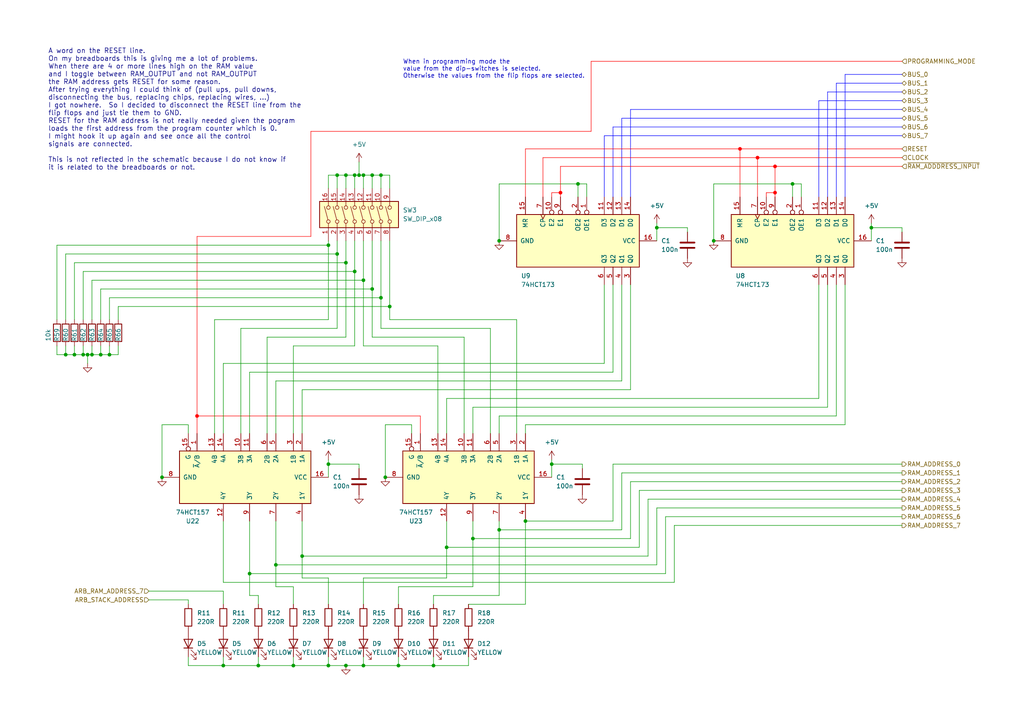
<source format=kicad_sch>
(kicad_sch (version 20230121) (generator eeschema)
  (paper "A4")
  (title_block (title "8-bit CPU") (date "2023-11-28") (rev "1.0") (company "TBR Designs"))
  (lib_symbols
    (symbol "01_my_library:74HCT157" (pin_names (offset 1.016))
      (property "Reference" "U" (at -7.62 20.32 0))
      (property "Value" "74HCT157" (at -7.62 -21.59 0))
      (symbol "74HCT157_1_0"
        (pin input line (at -12.7 -13.97 0) (length 5.08) (name "~{A}/B") (number "1"))
        (pin input line (at -12.7 -1.27 0) (length 5.08) (name "3B") (number "10"))
        (pin input line (at -12.7 1.27 0) (length 5.08) (name "3A") (number "11"))
        (pin output line (at 12.7 -6.35 180) (length 5.08) (name "4Y") (number "12"))
        (pin input line (at -12.7 -8.89 0) (length 5.08) (name "4B") (number "13"))
        (pin input line (at -12.7 -6.35 0) (length 5.08) (name "4A") (number "14"))
        (pin input inverted (at -12.7 -16.51 0) (length 5.08) (name "G") (number "15"))
        (pin power_in line (at 0 24.13 270) (length 5.08) (name "VCC") (number "16"))
        (pin input line (at -12.7 16.51 0) (length 5.08) (name "1A") (number "2"))
        (pin input line (at -12.7 13.97 0) (length 5.08) (name "1B") (number "3"))
        (pin output line (at 12.7 16.51 180) (length 5.08) (name "1Y") (number "4"))
        (pin input line (at -12.7 8.89 0) (length 5.08) (name "2A") (number "5"))
        (pin input line (at -12.7 6.35 0) (length 5.08) (name "2B") (number "6"))
        (pin output line (at 12.7 8.89 180) (length 5.08) (name "2Y") (number "7"))
        (pin power_in line (at 0 -24.13 90) (length 5.08) (name "GND") (number "8"))
        (pin output line (at 12.7 1.27 180) (length 5.08) (name "3Y") (number "9"))
      )
      (symbol "74HCT157_1_1"
        (rectangle (start -7.62 19.05) (end 7.62 -19.05) (stroke (width 0.254)) (fill (type background)))
      )
    )
    (symbol "74LS173_1" (pin_names (offset 1.016))
      (property "Reference" "U" (at -7.62 19.05 0))
      (property "Value" "74LS173" (at -7.62 -19.05 0))
      (symbol "74LS173_1_1_0"
        (pin input inverted (at -12.7 2.54 0) (length 5.08) (name "OE1") (number "1"))
        (pin input inverted (at -12.7 -7.62 0) (length 5.08) (name "E2") (number "10"))
        (pin input line (at -12.7 7.62 0) (length 5.08) (name "D3") (number "11"))
        (pin input line (at -12.7 10.16 0) (length 5.08) (name "D2") (number "12"))
        (pin input line (at -12.7 12.7 0) (length 5.08) (name "D1") (number "13"))
        (pin input line (at -12.7 15.24 0) (length 5.08) (name "D0") (number "14"))
        (pin input line (at -12.7 -15.24 0) (length 5.08) (name "MR") (number "15"))
        (pin power_in line (at 0 22.86 270) (length 5.08) (name "VCC") (number "16"))
        (pin input inverted (at -12.7 0 0) (length 5.08) (name "OE2") (number "2"))
        (pin tri_state line (at 12.7 15.24 180) (length 5.08) (name "Q0") (number "3"))
        (pin tri_state line (at 12.7 12.7 180) (length 5.08) (name "Q1") (number "4"))
        (pin tri_state line (at 12.7 10.16 180) (length 5.08) (name "Q2") (number "5"))
        (pin tri_state line (at 12.7 7.62 180) (length 5.08) (name "Q3") (number "6"))
        (pin input clock (at -12.7 -10.16 0) (length 5.08) (name "CP") (number "7"))
        (pin power_in line (at 0 -22.86 90) (length 5.08) (name "GND") (number "8"))
        (pin input inverted (at -12.7 -5.08 0) (length 5.08) (name "E1") (number "9"))
      )
      (symbol "74LS173_1_1_1"
        (rectangle (start -7.62 17.78) (end 7.62 -17.78) (stroke (width 0.254)) (fill (type background)))
      )
    )
    (symbol "74xx:74LS173" (pin_names (offset 1.016))
      (property "Reference" "U" (at -7.62 19.05 0))
      (property "Value" "74LS173" (at -7.62 -19.05 0))
      (symbol "74LS173_1_0"
        (pin input inverted (at -12.7 2.54 0) (length 5.08) (name "OE1") (number "1"))
        (pin input inverted (at -12.7 -7.62 0) (length 5.08) (name "E2") (number "10"))
        (pin input line (at -12.7 7.62 0) (length 5.08) (name "D3") (number "11"))
        (pin input line (at -12.7 10.16 0) (length 5.08) (name "D2") (number "12"))
        (pin input line (at -12.7 12.7 0) (length 5.08) (name "D1") (number "13"))
        (pin input line (at -12.7 15.24 0) (length 5.08) (name "D0") (number "14"))
        (pin input line (at -12.7 -15.24 0) (length 5.08) (name "MR") (number "15"))
        (pin power_in line (at 0 22.86 270) (length 5.08) (name "VCC") (number "16"))
        (pin input inverted (at -12.7 0 0) (length 5.08) (name "OE2") (number "2"))
        (pin tri_state line (at 12.7 15.24 180) (length 5.08) (name "Q0") (number "3"))
        (pin tri_state line (at 12.7 12.7 180) (length 5.08) (name "Q1") (number "4"))
        (pin tri_state line (at 12.7 10.16 180) (length 5.08) (name "Q2") (number "5"))
        (pin tri_state line (at 12.7 7.62 180) (length 5.08) (name "Q3") (number "6"))
        (pin input clock (at -12.7 -10.16 0) (length 5.08) (name "CP") (number "7"))
        (pin power_in line (at 0 -22.86 90) (length 5.08) (name "GND") (number "8"))
        (pin input inverted (at -12.7 -5.08 0) (length 5.08) (name "E1") (number "9"))
      )
      (symbol "74LS173_1_1"
        (rectangle (start -7.62 17.78) (end 7.62 -17.78) (stroke (width 0.254)) (fill (type background)))
      )
    )
    (symbol "Device:C" (pin_numbers hide) (pin_names (offset 0.254))
      (property "Reference" "C" (at 0.635 2.54 0))
      (property "Value" "C" (at 0.635 -2.54 0))
      (symbol "C_0_1"
        (polyline (pts (xy -2.032 -0.762) (xy 2.032 -0.762)) (stroke (width 0.508)))
        (polyline (pts (xy -2.032 0.762) (xy 2.032 0.762)) (stroke (width 0.508)))
      )
      (symbol "C_1_1"
        (pin passive line (at 0 3.81 270) (length 2.794) (name "~") (number "1"))
        (pin passive line (at 0 -3.81 90) (length 2.794) (name "~") (number "2"))
      )
    )
    (symbol "Device:LED" (pin_numbers hide) (pin_names (offset 1.016) hide)
      (property "Reference" "D" (at 0 2.54 0))
      (property "Value" "LED" (at 0 -2.54 0))
      (symbol "LED_0_1"
        (polyline (pts (xy -1.27 -1.27) (xy -1.27 1.27)) (stroke (width 0.254)))
        (polyline (pts (xy -1.27 0) (xy 1.27 0)))
        (polyline (pts (xy 1.27 -1.27) (xy 1.27 1.27) (xy -1.27 0) (xy 1.27 -1.27)) (stroke (width 0.254)))
        (polyline (pts (xy -3.048 -0.762) (xy -4.572 -2.286) (xy -3.81 -2.286) (xy -4.572 -2.286) (xy -4.572 -1.524)))
        (polyline (pts (xy -1.778 -0.762) (xy -3.302 -2.286) (xy -2.54 -2.286) (xy -3.302 -2.286) (xy -3.302 -1.524)))
      )
      (symbol "LED_1_1"
        (pin passive line (at -3.81 0 0) (length 2.54) (name "K") (number "1"))
        (pin passive line (at 3.81 0 180) (length 2.54) (name "A") (number "2"))
      )
    )
    (symbol "Device:R" (pin_numbers hide) (pin_names (offset 0))
      (property "Reference" "R" (at 2.032 0 90))
      (property "Value" "R" (at 0 0 90))
      (symbol "R_0_1"
        (rectangle (start -1.016 -2.54) (end 1.016 2.54) (stroke (width 0.254)))
      )
      (symbol "R_1_1"
        (pin passive line (at 0 3.81 270) (length 1.27) (name "~") (number "1"))
        (pin passive line (at 0 -3.81 90) (length 1.27) (name "~") (number "2"))
      )
    )
    (symbol "Switch:SW_DIP_x08" (pin_names (offset 0) hide)
      (property "Reference" "SW" (at 0 13.97 0))
      (property "Value" "SW_DIP_x08" (at 0 -11.43 0))
      (symbol "SW_DIP_x08_0_0"
        (circle (center -2.032 -7.62) (radius 0.508))
        (circle (center -2.032 -5.08) (radius 0.508))
        (circle (center -2.032 -2.54) (radius 0.508))
        (circle (center -2.032 0) (radius 0.508))
        (circle (center -2.032 2.54) (radius 0.508))
        (circle (center -2.032 5.08) (radius 0.508))
        (circle (center -2.032 7.62) (radius 0.508))
        (circle (center -2.032 10.16) (radius 0.508))
        (polyline (pts (xy -1.524 -7.4676) (xy 2.3622 -6.4262)))
        (polyline (pts (xy -1.524 -4.9276) (xy 2.3622 -3.8862)))
        (polyline (pts (xy -1.524 -2.3876) (xy 2.3622 -1.3462)))
        (polyline (pts (xy -1.524 0.127) (xy 2.3622 1.1684)))
        (polyline (pts (xy -1.524 2.667) (xy 2.3622 3.7084)))
        (polyline (pts (xy -1.524 5.207) (xy 2.3622 6.2484)))
        (polyline (pts (xy -1.524 7.747) (xy 2.3622 8.7884)))
        (polyline (pts (xy -1.524 10.287) (xy 2.3622 11.3284)))
        (circle (center 2.032 -7.62) (radius 0.508))
        (circle (center 2.032 -5.08) (radius 0.508))
        (circle (center 2.032 -2.54) (radius 0.508))
        (circle (center 2.032 0) (radius 0.508))
        (circle (center 2.032 2.54) (radius 0.508))
        (circle (center 2.032 5.08) (radius 0.508))
        (circle (center 2.032 7.62) (radius 0.508))
        (circle (center 2.032 10.16) (radius 0.508))
      )
      (symbol "SW_DIP_x08_0_1"
        (rectangle (start -3.81 12.7) (end 3.81 -10.16) (stroke (width 0.254)) (fill (type background)))
      )
      (symbol "SW_DIP_x08_1_1"
        (pin passive line (at -7.62 10.16 0) (length 5.08) (name "~") (number "1"))
        (pin passive line (at 7.62 -5.08 180) (length 5.08) (name "~") (number "10"))
        (pin passive line (at 7.62 -2.54 180) (length 5.08) (name "~") (number "11"))
        (pin passive line (at 7.62 0 180) (length 5.08) (name "~") (number "12"))
        (pin passive line (at 7.62 2.54 180) (length 5.08) (name "~") (number "13"))
        (pin passive line (at 7.62 5.08 180) (length 5.08) (name "~") (number "14"))
        (pin passive line (at 7.62 7.62 180) (length 5.08) (name "~") (number "15"))
        (pin passive line (at 7.62 10.16 180) (length 5.08) (name "~") (number "16"))
        (pin passive line (at -7.62 7.62 0) (length 5.08) (name "~") (number "2"))
        (pin passive line (at -7.62 5.08 0) (length 5.08) (name "~") (number "3"))
        (pin passive line (at -7.62 2.54 0) (length 5.08) (name "~") (number "4"))
        (pin passive line (at -7.62 0 0) (length 5.08) (name "~") (number "5"))
        (pin passive line (at -7.62 -2.54 0) (length 5.08) (name "~") (number "6"))
        (pin passive line (at -7.62 -5.08 0) (length 5.08) (name "~") (number "7"))
        (pin passive line (at -7.62 -7.62 0) (length 5.08) (name "~") (number "8"))
        (pin passive line (at 7.62 -7.62 180) (length 5.08) (name "~") (number "9"))
      )
    )
    (symbol "power:+5V" (power) (pin_names (offset 0))
      (property "Value" "+5V" (at 0 3.556 0))
      (symbol "+5V_0_1"
        (polyline (pts (xy -0.762 1.27) (xy 0 2.54)))
        (polyline (pts (xy 0 0) (xy 0 2.54)))
        (polyline (pts (xy 0 2.54) (xy 0.762 1.27)))
      )
      (symbol "+5V_1_1"
        (pin power_in line (at 0 0 90) (length 0) hide (name "+5V") (number "1"))
      )
    )
    (symbol "power:GND" (power) (pin_names (offset 0))
      (property "Value" "GND" (at 0 -3.81 0))
      (symbol "GND_0_1"
        (polyline (pts (xy 0 0) (xy 0 -1.27) (xy 1.27 -1.27) (xy 0 -2.54) (xy -1.27 -1.27) (xy 0 -1.27)))
      )
      (symbol "GND_1_1"
        (pin power_in line (at 0 0 270) (length 0) hide (name "GND") (number "1"))
      )
    )
  )
  (junction (at 110.49 86.36))
  (junction (at 87.63 161.29))
  (junction (at 97.79 73.66))
  (junction (at 95.25 193.04))
  (junction (at 144.78 153.67))
  (junction (at 46.99 138.43))
  (junction (at 129.54 158.75))
  (junction (at 100.33 50.8))
  (junction (at 24.13 102.87))
  (junction (at 25.4 102.87))
  (junction (at 29.21 102.87))
  (junction (at 252.73 66.04))
  (junction (at 31.75 102.87))
  (junction (at 107.95 50.8))
  (junction (at 100.33 193.04))
  (junction (at 80.01 163.83))
  (junction (at 64.77 193.04))
  (junction (at 105.41 50.8))
  (junction (at 207.01 69.85))
  (junction (at 72.39 166.37))
  (junction (at 19.05 102.87))
  (junction (at 105.41 81.28))
  (junction (at 167.64 53.34))
  (junction (at 97.79 50.8))
  (junction (at 102.87 50.8))
  (junction (at 111.76 138.43))
  (junction (at 162.56 55.88) (color 255 0 0 1))
  (junction (at 219.71 45.72) (color 255 0 0 1))
  (junction (at 85.09 193.04))
  (junction (at 224.79 55.88) (color 255 0 0 1))
  (junction (at 152.4 151.13))
  (junction (at 160.02 134.62))
  (junction (at 190.5 66.04))
  (junction (at 26.67 102.87))
  (junction (at 100.33 76.2))
  (junction (at 107.95 83.82))
  (junction (at 125.73 193.04))
  (junction (at 95.25 71.12))
  (junction (at 95.25 134.62))
  (junction (at 105.41 193.04))
  (junction (at 214.63 43.18) (color 255 0 0 1))
  (junction (at 74.93 193.04))
  (junction (at 21.59 102.87))
  (junction (at 102.87 78.74))
  (junction (at 137.16 156.21))
  (junction (at 113.03 88.9))
  (junction (at 110.49 50.8))
  (junction (at 104.14 50.8))
  (junction (at 144.78 69.85))
  (junction (at 229.87 53.34))
  (junction (at 115.57 193.04))
  (junction (at 57.15 120.65) (color 255 0 0 1))
  (junction (at 224.79 48.26) (color 255 0 0 1))
  (wire (pts (xy 167.64 53.34) (xy 167.64 57.15)))
  (wire (pts (xy 144.78 151.13) (xy 144.78 153.67)))
  (wire (pts (xy 102.87 78.74) (xy 102.87 100.33)))
  (wire (pts (xy 113.03 88.9) (xy 113.03 92.71)))
  (wire (pts (xy 100.33 69.85) (xy 100.33 76.2)))
  (wire (pts (xy 245.11 82.55) (xy 245.11 123.19)))
  (wire (pts (xy 80.01 110.49) (xy 80.01 125.73)))
  (wire (pts (xy 95.25 54.61) (xy 95.25 50.8)))
  (wire (pts (xy 64.77 171.45) (xy 64.77 175.26)))
  (wire (pts (xy 185.42 158.75) (xy 129.54 158.75)))
  (wire (pts (xy 261.62 29.21) (xy 237.49 29.21)) (stroke (width 0) (color 0 0 255 1)))
  (wire (pts (xy 180.34 137.16) (xy 180.34 153.67)))
  (wire (pts (xy 26.67 102.87) (xy 25.4 102.87)))
  (wire (pts (xy 149.86 92.71) (xy 149.86 125.73)))
  (wire (pts (xy 72.39 107.95) (xy 72.39 125.73)))
  (wire (pts (xy 261.62 17.78) (xy 171.45 17.78)) (stroke (width 0) (color 255 0 0 1)))
  (wire (pts (xy 105.41 193.04) (xy 115.57 193.04)))
  (wire (pts (xy 105.41 81.28) (xy 105.41 100.33)))
  (wire (pts (xy 162.56 55.88) (xy 162.56 48.26)) (stroke (width 0) (color 255 0 0 1)))
  (wire (pts (xy 74.93 193.04) (xy 85.09 193.04)))
  (wire (pts (xy 144.78 120.65) (xy 144.78 125.73)))
  (wire (pts (xy 85.09 100.33) (xy 85.09 125.73)))
  (wire (pts (xy 80.01 163.83) (xy 80.01 170.18)))
  (wire (pts (xy 157.48 45.72) (xy 219.71 45.72)) (stroke (width 0) (color 255 0 0 1)))
  (wire (pts (xy 29.21 92.71) (xy 29.21 83.82)))
  (wire (pts (xy 104.14 135.89) (xy 104.14 134.62)))
  (wire (pts (xy 107.95 50.8) (xy 107.95 54.61)))
  (wire (pts (xy 16.51 100.33) (xy 16.51 102.87)))
  (wire (pts (xy 24.13 102.87) (xy 25.4 102.87)))
  (wire (pts (xy 95.25 50.8) (xy 97.79 50.8)))
  (wire (pts (xy 224.79 55.88) (xy 224.79 57.15)) (stroke (width 0) (color 255 0 0 1)))
  (wire (pts (xy 170.18 53.34) (xy 170.18 57.15)))
  (wire (pts (xy 137.16 151.13) (xy 137.16 156.21)))
  (wire (pts (xy 144.78 153.67) (xy 144.78 172.72)))
  (wire (pts (xy 64.77 151.13) (xy 64.77 168.91)))
  (wire (pts (xy 110.49 69.85) (xy 110.49 86.36)))
  (wire (pts (xy 168.91 134.62) (xy 160.02 134.62)))
  (wire (pts (xy 137.16 170.18) (xy 115.57 170.18)))
  (wire (pts (xy 100.33 50.8) (xy 100.33 54.61)))
  (wire (pts (xy 100.33 193.04) (xy 105.41 193.04)))
  (wire (pts (xy 152.4 43.18) (xy 214.63 43.18)) (stroke (width 0) (color 255 0 0 1)))
  (wire (pts (xy 77.47 97.79) (xy 77.47 125.73)))
  (wire (pts (xy 252.73 66.04) (xy 252.73 64.77)))
  (wire (pts (xy 105.41 50.8) (xy 104.14 50.8)))
  (wire (pts (xy 193.04 166.37) (xy 72.39 166.37)))
  (wire (pts (xy 64.77 105.41) (xy 64.77 125.73)))
  (wire (pts (xy 16.51 92.71) (xy 16.51 71.12)))
  (wire (pts (xy 95.25 193.04) (xy 100.33 193.04)))
  (wire (pts (xy 162.56 48.26) (xy 224.79 48.26)) (stroke (width 0) (color 255 0 0 1)))
  (wire (pts (xy 69.85 95.25) (xy 69.85 125.73)))
  (wire (pts (xy 85.09 100.33) (xy 102.87 100.33)))
  (wire (pts (xy 90.17 38.1) (xy 90.17 68.58)) (stroke (width 0) (color 255 0 0 1)))
  (wire (pts (xy 111.76 123.19) (xy 111.76 138.43)))
  (wire (pts (xy 87.63 161.29) (xy 87.63 167.64)))
  (wire (pts (xy 224.79 48.26) (xy 224.79 55.88)) (stroke (width 0) (color 255 0 0 1)))
  (wire (pts (xy 125.73 193.04) (xy 125.73 190.5)))
  (wire (pts (xy 261.62 26.67) (xy 240.03 26.67)) (stroke (width 0) (color 0 0 255 1)))
  (wire (pts (xy 97.79 50.8) (xy 97.79 54.61)))
  (wire (pts (xy 190.5 66.04) (xy 190.5 64.77)))
  (wire (pts (xy 31.75 102.87) (xy 29.21 102.87)))
  (wire (pts (xy 242.57 82.55) (xy 242.57 120.65)))
  (wire (pts (xy 54.61 123.19) (xy 46.99 123.19)))
  (wire (pts (xy 97.79 69.85) (xy 97.79 73.66)))
  (wire (pts (xy 160.02 134.62) (xy 160.02 138.43)))
  (wire (pts (xy 34.29 100.33) (xy 34.29 102.87)))
  (wire (pts (xy 113.03 92.71) (xy 149.86 92.71)))
  (wire (pts (xy 129.54 115.57) (xy 129.54 125.73)))
  (wire (pts (xy 261.62 152.4) (xy 195.58 152.4)))
  (wire (pts (xy 261.62 31.75) (xy 182.88 31.75)) (stroke (width 0) (color 0 0 255 1)))
  (wire (pts (xy 152.4 57.15) (xy 152.4 43.18)) (stroke (width 0) (color 255 0 0 1)))
  (wire (pts (xy 119.38 125.73) (xy 119.38 123.19)))
  (wire (pts (xy 62.23 92.71) (xy 62.23 125.73)))
  (wire (pts (xy 180.34 82.55) (xy 180.34 110.49)))
  (wire (pts (xy 97.79 50.8) (xy 100.33 50.8)))
  (wire (pts (xy 57.15 120.65) (xy 121.92 120.65)) (stroke (width 0) (color 255 0 0 1)))
  (wire (pts (xy 229.87 53.34) (xy 207.01 53.34)))
  (wire (pts (xy 261.62 34.29) (xy 180.34 34.29)) (stroke (width 0) (color 0 0 255 1)))
  (wire (pts (xy 125.73 193.04) (xy 135.89 193.04)))
  (wire (pts (xy 199.39 66.04) (xy 190.5 66.04)))
  (wire (pts (xy 110.49 86.36) (xy 110.49 95.25)))
  (wire (pts (xy 72.39 151.13) (xy 72.39 166.37)))
  (wire (pts (xy 121.92 120.65) (xy 121.92 125.73)) (stroke (width 0) (color 255 0 0 1)))
  (wire (pts (xy 24.13 100.33) (xy 24.13 102.87)))
  (wire (pts (xy 180.34 153.67) (xy 144.78 153.67)))
  (wire (pts (xy 64.77 168.91) (xy 195.58 168.91)))
  (wire (pts (xy 87.63 113.03) (xy 87.63 125.73)))
  (wire (pts (xy 127 100.33) (xy 127 125.73)))
  (wire (pts (xy 242.57 120.65) (xy 144.78 120.65)))
  (wire (pts (xy 214.63 43.18) (xy 214.63 57.15)) (stroke (width 0) (color 255 0 0 1)))
  (wire (pts (xy 157.48 57.15) (xy 157.48 45.72)) (stroke (width 0) (color 255 0 0 1)))
  (wire (pts (xy 170.18 53.34) (xy 167.64 53.34)))
  (wire (pts (xy 64.77 193.04) (xy 74.93 193.04)))
  (wire (pts (xy 175.26 105.41) (xy 64.77 105.41)))
  (wire (pts (xy 107.95 50.8) (xy 105.41 50.8)))
  (wire (pts (xy 80.01 170.18) (xy 85.09 170.18)))
  (wire (pts (xy 95.25 69.85) (xy 95.25 71.12)))
  (wire (pts (xy 25.4 102.87) (xy 25.4 105.41)))
  (wire (pts (xy 87.63 151.13) (xy 87.63 161.29)))
  (wire (pts (xy 85.09 170.18) (xy 85.09 175.26)))
  (wire (pts (xy 152.4 151.13) (xy 177.8 151.13)))
  (wire (pts (xy 177.8 36.83) (xy 177.8 57.15)) (stroke (width 0) (color 0 0 255 1)))
  (wire (pts (xy 26.67 81.28) (xy 105.41 81.28)))
  (wire (pts (xy 26.67 100.33) (xy 26.67 102.87)))
  (wire (pts (xy 222.25 57.15) (xy 222.25 55.88)) (stroke (width 0) (color 255 0 0 1)))
  (wire (pts (xy 105.41 167.64) (xy 105.41 175.26)))
  (wire (pts (xy 240.03 82.55) (xy 240.03 118.11)))
  (wire (pts (xy 110.49 95.25) (xy 142.24 95.25)))
  (wire (pts (xy 134.62 97.79) (xy 134.62 125.73)))
  (wire (pts (xy 24.13 78.74) (xy 102.87 78.74)))
  (wire (pts (xy 237.49 82.55) (xy 237.49 115.57)))
  (wire (pts (xy 261.62 43.18) (xy 214.63 43.18)) (stroke (width 0) (color 255 0 0 1)))
  (wire (pts (xy 171.45 38.1) (xy 90.17 38.1)) (stroke (width 0) (color 255 0 0 1)))
  (wire (pts (xy 261.62 142.24) (xy 185.42 142.24)))
  (wire (pts (xy 237.49 115.57) (xy 129.54 115.57)))
  (wire (pts (xy 261.62 137.16) (xy 180.34 137.16)))
  (wire (pts (xy 105.41 50.8) (xy 105.41 54.61)))
  (wire (pts (xy 54.61 173.99) (xy 54.61 175.26)))
  (wire (pts (xy 180.34 34.29) (xy 180.34 57.15)) (stroke (width 0) (color 0 0 255 1)))
  (wire (pts (xy 242.57 24.13) (xy 242.57 57.15)) (stroke (width 0) (color 0 0 255 1)))
  (wire (pts (xy 104.14 134.62) (xy 95.25 134.62)))
  (wire (pts (xy 152.4 151.13) (xy 152.4 175.26)))
  (wire (pts (xy 252.73 66.04) (xy 252.73 69.85)))
  (wire (pts (xy 26.67 92.71) (xy 26.67 81.28)))
  (wire (pts (xy 19.05 92.71) (xy 19.05 73.66)))
  (wire (pts (xy 167.64 53.34) (xy 144.78 53.34)))
  (wire (pts (xy 107.95 83.82) (xy 107.95 97.79)))
  (wire (pts (xy 261.62 24.13) (xy 242.57 24.13)) (stroke (width 0) (color 0 0 255 1)))
  (wire (pts (xy 87.63 167.64) (xy 95.25 167.64)))
  (wire (pts (xy 115.57 193.04) (xy 125.73 193.04)))
  (wire (pts (xy 195.58 152.4) (xy 195.58 168.91)))
  (wire (pts (xy 21.59 100.33) (xy 21.59 102.87)))
  (wire (pts (xy 110.49 50.8) (xy 110.49 54.61)))
  (wire (pts (xy 222.25 55.88) (xy 224.79 55.88)) (stroke (width 0) (color 255 0 0 1)))
  (wire (pts (xy 175.26 105.41) (xy 175.26 82.55)))
  (wire (pts (xy 72.39 172.72) (xy 74.93 172.72)))
  (wire (pts (xy 85.09 193.04) (xy 85.09 190.5)))
  (wire (pts (xy 182.88 156.21) (xy 137.16 156.21)))
  (wire (pts (xy 72.39 166.37) (xy 72.39 172.72)))
  (wire (pts (xy 97.79 73.66) (xy 97.79 95.25)))
  (wire (pts (xy 80.01 151.13) (xy 80.01 163.83)))
  (wire (pts (xy 110.49 50.8) (xy 107.95 50.8)))
  (wire (pts (xy 182.88 31.75) (xy 182.88 57.15)) (stroke (width 0) (color 0 0 255 1)))
  (wire (pts (xy 105.41 100.33) (xy 127 100.33)))
  (wire (pts (xy 240.03 118.11) (xy 137.16 118.11)))
  (wire (pts (xy 102.87 50.8) (xy 104.14 50.8)))
  (wire (pts (xy 80.01 110.49) (xy 180.34 110.49)))
  (wire (pts (xy 21.59 92.71) (xy 21.59 76.2)))
  (wire (pts (xy 113.03 69.85) (xy 113.03 88.9)))
  (wire (pts (xy 171.45 17.78) (xy 171.45 38.1)) (stroke (width 0) (color 255 0 0 1)))
  (wire (pts (xy 64.77 193.04) (xy 64.77 190.5)))
  (wire (pts (xy 113.03 50.8) (xy 110.49 50.8)))
  (wire (pts (xy 74.93 172.72) (xy 74.93 175.26)))
  (wire (pts (xy 144.78 53.34) (xy 144.78 69.85)))
  (wire (pts (xy 90.17 68.58) (xy 57.15 68.58)) (stroke (width 0) (color 255 0 0 1)))
  (wire (pts (xy 80.01 163.83) (xy 190.5 163.83)))
  (wire (pts (xy 54.61 123.19) (xy 54.61 125.73)))
  (wire (pts (xy 160.02 55.88) (xy 162.56 55.88)) (stroke (width 0) (color 255 0 0 1)))
  (wire (pts (xy 125.73 172.72) (xy 125.73 175.26)))
  (wire (pts (xy 21.59 102.87) (xy 24.13 102.87)))
  (wire (pts (xy 24.13 92.71) (xy 24.13 78.74)))
  (wire (pts (xy 16.51 71.12) (xy 95.25 71.12)))
  (wire (pts (xy 129.54 151.13) (xy 129.54 158.75)))
  (wire (pts (xy 229.87 53.34) (xy 229.87 57.15)))
  (wire (pts (xy 43.18 173.99) (xy 54.61 173.99)))
  (wire (pts (xy 85.09 193.04) (xy 95.25 193.04)))
  (wire (pts (xy 237.49 29.21) (xy 237.49 57.15)) (stroke (width 0) (color 0 0 255 1)))
  (wire (pts (xy 87.63 161.29) (xy 187.96 161.29)))
  (wire (pts (xy 199.39 67.31) (xy 199.39 66.04)))
  (wire (pts (xy 245.11 123.19) (xy 152.4 123.19)))
  (wire (pts (xy 160.02 134.62) (xy 160.02 133.35)))
  (wire (pts (xy 29.21 102.87) (xy 26.67 102.87)))
  (wire (pts (xy 57.15 68.58) (xy 57.15 120.65)) (stroke (width 0) (color 255 0 0 1)))
  (wire (pts (xy 102.87 50.8) (xy 102.87 54.61)))
  (wire (pts (xy 152.4 123.19) (xy 152.4 125.73)))
  (wire (pts (xy 185.42 142.24) (xy 185.42 158.75)))
  (wire (pts (xy 137.16 156.21) (xy 137.16 170.18)))
  (wire (pts (xy 182.88 113.03) (xy 87.63 113.03)))
  (wire (pts (xy 219.71 45.72) (xy 219.71 57.15)) (stroke (width 0) (color 255 0 0 1)))
  (wire (pts (xy 34.29 92.71) (xy 34.29 88.9)))
  (wire (pts (xy 16.51 102.87) (xy 19.05 102.87)))
  (wire (pts (xy 21.59 76.2) (xy 100.33 76.2)))
  (wire (pts (xy 100.33 97.79) (xy 77.47 97.79)))
  (wire (pts (xy 29.21 83.82) (xy 107.95 83.82)))
  (wire (pts (xy 232.41 57.15) (xy 232.41 53.34)))
  (wire (pts (xy 261.62 66.04) (xy 252.73 66.04)))
  (wire (pts (xy 160.02 57.15) (xy 160.02 55.88)) (stroke (width 0) (color 255 0 0 1)))
  (wire (pts (xy 245.11 21.59) (xy 245.11 57.15)) (stroke (width 0) (color 0 0 255 1)))
  (wire (pts (xy 261.62 139.7) (xy 182.88 139.7)))
  (wire (pts (xy 105.41 69.85) (xy 105.41 81.28)))
  (wire (pts (xy 187.96 144.78) (xy 187.96 161.29)))
  (wire (pts (xy 107.95 97.79) (xy 134.62 97.79)))
  (wire (pts (xy 95.25 193.04) (xy 95.25 190.5)))
  (wire (pts (xy 34.29 102.87) (xy 31.75 102.87)))
  (wire (pts (xy 95.25 167.64) (xy 95.25 175.26)))
  (wire (pts (xy 190.5 66.04) (xy 190.5 69.85)))
  (wire (pts (xy 46.99 123.19) (xy 46.99 138.43)))
  (wire (pts (xy 261.62 147.32) (xy 190.5 147.32)))
  (wire (pts (xy 43.18 171.45) (xy 64.77 171.45)))
  (wire (pts (xy 29.21 100.33) (xy 29.21 102.87)))
  (wire (pts (xy 137.16 118.11) (xy 137.16 125.73)))
  (wire (pts (xy 240.03 26.67) (xy 240.03 57.15)) (stroke (width 0) (color 0 0 255 1)))
  (wire (pts (xy 207.01 53.34) (xy 207.01 69.85)))
  (wire (pts (xy 232.41 53.34) (xy 229.87 53.34)))
  (wire (pts (xy 19.05 102.87) (xy 21.59 102.87)))
  (wire (pts (xy 95.25 71.12) (xy 95.25 92.71)))
  (wire (pts (xy 100.33 76.2) (xy 100.33 97.79)))
  (wire (pts (xy 261.62 48.26) (xy 224.79 48.26)) (stroke (width 0) (color 255 0 0 1)))
  (wire (pts (xy 261.62 36.83) (xy 177.8 36.83)) (stroke (width 0) (color 0 0 255 1)))
  (wire (pts (xy 193.04 149.86) (xy 193.04 166.37)))
  (wire (pts (xy 54.61 190.5) (xy 54.61 193.04)))
  (wire (pts (xy 31.75 100.33) (xy 31.75 102.87)))
  (wire (pts (xy 31.75 86.36) (xy 110.49 86.36)))
  (wire (pts (xy 261.62 67.31) (xy 261.62 66.04)))
  (wire (pts (xy 19.05 100.33) (xy 19.05 102.87)))
  (wire (pts (xy 135.89 175.26) (xy 152.4 175.26)))
  (wire (pts (xy 177.8 82.55) (xy 177.8 107.95)))
  (wire (pts (xy 102.87 69.85) (xy 102.87 78.74)))
  (wire (pts (xy 107.95 69.85) (xy 107.95 83.82)))
  (wire (pts (xy 31.75 92.71) (xy 31.75 86.36)))
  (wire (pts (xy 175.26 39.37) (xy 175.26 57.15)) (stroke (width 0) (color 0 0 255 1)))
  (wire (pts (xy 113.03 54.61) (xy 113.03 50.8)))
  (wire (pts (xy 34.29 88.9) (xy 113.03 88.9)))
  (wire (pts (xy 115.57 193.04) (xy 115.57 190.5)))
  (wire (pts (xy 115.57 170.18) (xy 115.57 175.26)))
  (wire (pts (xy 177.8 107.95) (xy 72.39 107.95)))
  (wire (pts (xy 261.62 39.37) (xy 175.26 39.37)) (stroke (width 0) (color 0 0 255 1)))
  (wire (pts (xy 144.78 172.72) (xy 125.73 172.72)))
  (wire (pts (xy 162.56 57.15) (xy 162.56 55.88)) (stroke (width 0) (color 255 0 0 1)))
  (wire (pts (xy 129.54 158.75) (xy 129.54 167.64)))
  (wire (pts (xy 95.25 134.62) (xy 95.25 138.43)))
  (wire (pts (xy 261.62 45.72) (xy 219.71 45.72)) (stroke (width 0) (color 255 0 0 1)))
  (wire (pts (xy 261.62 21.59) (xy 245.11 21.59)) (stroke (width 0) (color 0 0 255 1)))
  (wire (pts (xy 182.88 82.55) (xy 182.88 113.03)))
  (wire (pts (xy 129.54 167.64) (xy 105.41 167.64)))
  (wire (pts (xy 135.89 193.04) (xy 135.89 190.5)))
  (wire (pts (xy 95.25 92.71) (xy 62.23 92.71)))
  (wire (pts (xy 104.14 50.8) (xy 104.14 46.99)))
  (wire (pts (xy 95.25 134.62) (xy 95.25 133.35)))
  (wire (pts (xy 190.5 147.32) (xy 190.5 163.83)))
  (wire (pts (xy 261.62 149.86) (xy 193.04 149.86)))
  (wire (pts (xy 19.05 73.66) (xy 97.79 73.66)))
  (wire (pts (xy 177.8 134.62) (xy 177.8 151.13)))
  (wire (pts (xy 182.88 139.7) (xy 182.88 156.21)))
  (wire (pts (xy 100.33 50.8) (xy 102.87 50.8)))
  (wire (pts (xy 119.38 123.19) (xy 111.76 123.19)))
  (wire (pts (xy 261.62 134.62) (xy 177.8 134.62)))
  (wire (pts (xy 54.61 193.04) (xy 64.77 193.04)))
  (wire (pts (xy 261.62 144.78) (xy 187.96 144.78)))
  (wire (pts (xy 57.15 125.73) (xy 57.15 120.65)) (stroke (width 0) (color 255 0 0 1)))
  (wire (pts (xy 97.79 95.25) (xy 69.85 95.25)))
  (wire (pts (xy 142.24 95.25) (xy 142.24 125.73)))
  (wire (pts (xy 74.93 193.04) (xy 74.93 190.5)))
  (wire (pts (xy 105.41 193.04) (xy 105.41 190.5)))
  (wire (pts (xy 168.91 135.89) (xy 168.91 134.62)))
  (text "A word on the RESET line.\nOn my breadboards this is giving me a lot of problems.\nWhen there are 4 or more lines high on the RAM value\nand I toggle between RAM_OUTPUT and not RAM_OUTPUT\nthe RAM address gets RESET for some reason.\nAfter trying everything I could think of (pull ups, pull downs,\ndisconnecting the bus, replacing chips, replacing wires, ...)\nI got nowhere.  So I decided to disconnect the RESET line from the\nflip flops and just tie them to GND.\nRESET for the RAM address is not really needed given the pogram\nloads the first address from the program counter which is 0.\nI might hook it up again and see once all the control \nsignals are connected.\n\nThis is not reflected in the schematic because I do not know if\nit is related to the breadboards or not." (at 13.97 49.53 0) (effects (font (size 1.4 1.4)) (justify left bottom)))
  (text "When in programming mode the\nvalue from the dip-switches is selected.\nOtherwise the values from the flip flops are selected." (at 116.84 22.86 0) (effects (font (size 1.27 1.27)) (justify left bottom)))
  (hierarchical_label "BUS_7" (shape bidirectional) (at 261.62 39.37 0))
  (hierarchical_label "ARB_STACK_ADDRESS" (shape input) (at 43.18 173.99 180))
  (hierarchical_label "RAM_ADDRESS_4" (shape output) (at 261.62 144.78 0))
  (hierarchical_label "CLOCK" (shape input) (at 261.62 45.72 0))
  (hierarchical_label "BUS_1" (shape bidirectional) (at 261.62 24.13 0))
  (hierarchical_label "BUS_3" (shape bidirectional) (at 261.62 29.21 0))
  (hierarchical_label "RAM_ADDRESS_6" (shape output) (at 261.62 149.86 0))
  (hierarchical_label "RAM_ADDRESS_7" (shape output) (at 261.62 152.4 0))
  (hierarchical_label "BUS_0" (shape bidirectional) (at 261.62 21.59 0))
  (hierarchical_label "PROGRAMMING_MODE" (shape input) (at 261.62 17.78 0))
  (hierarchical_label "BUS_2" (shape bidirectional) (at 261.62 26.67 0))
  (hierarchical_label "RESET" (shape input) (at 261.62 43.18 0))
  (hierarchical_label "RAM_ADDRESS_0" (shape output) (at 261.62 134.62 0))
  (hierarchical_label "~{RAM_ADDDRESS_INPUT}" (shape input) (at 261.62 48.26 0))
  (hierarchical_label "BUS_6" (shape bidirectional) (at 261.62 36.83 0))
  (hierarchical_label "RAM_ADDRESS_1" (shape output) (at 261.62 137.16 0))
  (hierarchical_label "ARB_RAM_ADDRESS_7" (shape input) (at 43.18 171.45 180))
  (hierarchical_label "BUS_5" (shape bidirectional) (at 261.62 34.29 0))
  (hierarchical_label "RAM_ADDRESS_3" (shape output) (at 261.62 142.24 0))
  (hierarchical_label "RAM_ADDRESS_5" (shape output) (at 261.62 147.32 0))
  (hierarchical_label "RAM_ADDRESS_2" (shape output) (at 261.62 139.7 0))
  (hierarchical_label "BUS_4" (shape bidirectional) (at 261.62 31.75 0))
  (symbol (lib_id "power:GND") (at 168.91 143.51 0) (unit 1)
    (property "Reference" "#PWR012" (effects hide))
    (property "Value" "GND" (effects hide))
    (instances (project "8-bit-cpu" (path "" (reference "#PWR012") (unit 1)) (path "" (reference "#PWR0816") (unit 1)) (path "" (reference "#PWR0100") (unit 1))))
  )
  (symbol (lib_id "Device:R") (at 105.41 179.07 0) (unit 1)
    (property "Reference" "R15" (at 107.95 177.8 0) (effects (justify left)))
    (property "Value" "220R" (at 107.95 180.34 0) (effects (justify left)))
    (property "Footprint" "Resistor_THT:R_Axial_DIN0204_L3.6mm_D1.6mm_P7.62mm_Horizontal" (effects hide))
    (instances (project "8-bit-cpu" (path "" (reference "R15") (unit 1)) (path "" (reference "R23") (unit 1)) (path "" (reference "R47") (unit 1)) (path "" (reference "R705") (unit 1)) (path "" (reference "R72") (unit 1))))
  )
  (symbol (lib_id "Device:LED") (at 135.89 186.69 90) (unit 1)
    (property "Reference" "D12" (at 138.43 186.69 90) (effects (justify right)))
    (property "Value" "YELLOW" (at 138.43 189.23 90) (effects (justify right)))
    (property "Footprint" "LED_THT:LED_D5.0mm" (effects hide))
    (instances (project "8-bit-cpu" (path "" (reference "D12") (unit 1)) (path "" (reference "D20") (unit 1)) (path "" (reference "D36") (unit 1)) (path "" (reference "D708") (unit 1)) (path "" (reference "D53") (unit 1))))
  )
  (symbol (lib_id "power:+5V") (at 190.5 64.77 0) (unit 1)
    (property "Reference" "#PWR07" (effects hide))
    (property "Value" "+5V" (at 190.5 59.69 0))
    (instances (project "8-bit-cpu" (path "" (reference "#PWR07") (unit 1)) (path "" (reference "#PWR0815") (unit 1)) (path "" (reference "#PWR088") (unit 1))))
  )
  (symbol (lib_id "Device:LED") (at 85.09 186.69 90) (unit 1)
    (property "Reference" "D7" (at 87.63 186.69 90) (effects (justify right)))
    (property "Value" "YELLOW" (at 87.63 189.23 90) (effects (justify right)))
    (property "Footprint" "LED_THT:LED_D5.0mm" (effects hide))
    (instances (project "8-bit-cpu" (path "" (reference "D7") (unit 1)) (path "" (reference "D15") (unit 1)) (path "" (reference "D31") (unit 1)) (path "" (reference "D703") (unit 1)) (path "" (reference "D48") (unit 1))))
  )
  (symbol (lib_id "Device:LED") (at 105.41 186.69 90) (unit 1)
    (property "Reference" "D9" (at 107.95 186.69 90) (effects (justify right)))
    (property "Value" "YELLOW" (at 107.95 189.23 90) (effects (justify right)))
    (property "Footprint" "LED_THT:LED_D5.0mm" (effects hide))
    (instances (project "8-bit-cpu" (path "" (reference "D9") (unit 1)) (path "" (reference "D17") (unit 1)) (path "" (reference "D33") (unit 1)) (path "" (reference "D705") (unit 1)) (path "" (reference "D50") (unit 1))))
  )
  (symbol (lib_id "Switch:SW_DIP_x08") (at 105.41 62.23 90) (unit 1)
    (property "Reference" "SW3" (at 116.84 60.96 90) (effects (justify right)))
    (property "Value" "SW_DIP_x08" (at 116.84 63.5 90) (effects (justify right)))
    (property "Footprint" "Button_Switch_THT:SW_DIP_SPSTx08_Slide_9.78x22.5mm_W7.62mm_P2.54mm" (effects hide))
  )
  (symbol (lib_id "01_my_library:74HCT157") (at 135.89 138.43 270) (unit 1)
    (property "Reference" "U23" (at 120.65 151.13 90))
    (property "Value" "74HCT157" (at 120.65 148.59 90))
    (property "Footprint" "Package_DIP:DIP-16_W7.62mm" (effects hide))
    (property "Datasheet" "https://www.ti.com/lit/ds/symlink/sn74hct157.pdf" (effects hide))
  )
  (symbol (lib_id "Device:R") (at 54.61 179.07 0) (unit 1)
    (property "Reference" "R11" (at 57.15 177.8 0) (effects (justify left)))
    (property "Value" "220R" (at 57.15 180.34 0) (effects (justify left)))
    (property "Footprint" "Resistor_THT:R_Axial_DIN0204_L3.6mm_D1.6mm_P7.62mm_Horizontal" (effects hide))
    (instances (project "8-bit-cpu" (path "" (reference "R11") (unit 1)) (path "" (reference "R19") (unit 1)) (path "" (reference "R43") (unit 1)) (path "" (reference "R701") (unit 1)) (path "" (reference "R67") (unit 1))))
  )
  (symbol (lib_id "power:GND") (at 46.99 138.43 0) (unit 1)
    (property "Reference" "#PWR097" (effects hide))
    (property "Value" "GND" (effects hide))
  )
  (symbol (lib_id "Device:R") (at 125.73 179.07 0) (unit 1)
    (property "Reference" "R17" (at 128.27 177.8 0) (effects (justify left)))
    (property "Value" "220R" (at 128.27 180.34 0) (effects (justify left)))
    (property "Footprint" "Resistor_THT:R_Axial_DIN0204_L3.6mm_D1.6mm_P7.62mm_Horizontal" (effects hide))
    (instances (project "8-bit-cpu" (path "" (reference "R17") (unit 1)) (path "" (reference "R25") (unit 1)) (path "" (reference "R49") (unit 1)) (path "" (reference "R707") (unit 1)) (path "" (reference "R74") (unit 1))))
  )
  (symbol (lib_id "power:GND") (at 144.78 69.85 0) (unit 1)
    (property "Reference" "#PWR090" (effects hide))
    (property "Value" "GND" (effects hide))
  )
  (symbol (lib_id "Device:LED") (at 54.61 186.69 90) (unit 1)
    (property "Reference" "D5" (at 57.15 186.69 90) (effects (justify right)))
    (property "Value" "YELLOW" (at 57.15 189.23 90) (effects (justify right)))
    (property "Footprint" "LED_THT:LED_D5.0mm" (effects hide))
    (instances (project "8-bit-cpu" (path "" (reference "D5") (unit 1)) (path "" (reference "D13") (unit 1)) (path "" (reference "D29") (unit 1)) (path "" (reference "D701") (unit 1)) (path "" (reference "D45") (unit 1))))
  )
  (symbol (lib_id "power:GND") (at 261.62 74.93 0) (unit 1)
    (property "Reference" "#PWR012" (effects hide))
    (property "Value" "GND" (effects hide))
    (instances (project "8-bit-cpu" (path "" (reference "#PWR012") (unit 1)) (path "" (reference "#PWR0816") (unit 1)) (path "" (reference "#PWR093") (unit 1))))
  )
  (symbol (lib_id "Device:C") (at 199.39 71.12 0) (unit 1)
    (property "Reference" "C1" (at 191.77 69.85 0) (effects (justify left)))
    (property "Value" "100n" (at 191.77 72.39 0) (effects (justify left)))
    (property "Footprint" "01_my_library:C_Disc_D4.0mm_W2.6mm_P2.50mm" (effects hide))
    (instances (project "8-bit-cpu" (path "" (reference "C1") (unit 1)) (path "" (reference "C806") (unit 1)) (path "" (reference "C26") (unit 1))))
  )
  (symbol (lib_id "Device:R") (at 135.89 179.07 0) (unit 1)
    (property "Reference" "R18" (at 138.43 177.8 0) (effects (justify left)))
    (property "Value" "220R" (at 138.43 180.34 0) (effects (justify left)))
    (property "Footprint" "Resistor_THT:R_Axial_DIN0204_L3.6mm_D1.6mm_P7.62mm_Horizontal" (effects hide))
    (instances (project "8-bit-cpu" (path "" (reference "R18") (unit 1)) (path "" (reference "R26") (unit 1)) (path "" (reference "R50") (unit 1)) (path "" (reference "R708") (unit 1)) (path "" (reference "R75") (unit 1))))
  )
  (symbol (lib_id "power:GND") (at 199.39 74.93 0) (unit 1)
    (property "Reference" "#PWR012" (effects hide))
    (property "Value" "GND" (effects hide))
    (instances (project "8-bit-cpu" (path "" (reference "#PWR012") (unit 1)) (path "" (reference "#PWR0816") (unit 1)) (path "" (reference "#PWR092") (unit 1))))
  )
  (symbol (lib_id "Device:LED") (at 115.57 186.69 90) (unit 1)
    (property "Reference" "D10" (at 118.11 186.69 90) (effects (justify right)))
    (property "Value" "YELLOW" (at 118.11 189.23 90) (effects (justify right)))
    (property "Footprint" "LED_THT:LED_D5.0mm" (effects hide))
    (instances (project "8-bit-cpu" (path "" (reference "D10") (unit 1)) (path "" (reference "D18") (unit 1)) (path "" (reference "D34") (unit 1)) (path "" (reference "D706") (unit 1)) (path "" (reference "D51") (unit 1))))
  )
  (symbol (lib_id "power:+5V") (at 252.73 64.77 0) (unit 1)
    (property "Reference" "#PWR07" (effects hide))
    (property "Value" "+5V" (at 252.73 59.69 0))
    (instances (project "8-bit-cpu" (path "" (reference "#PWR07") (unit 1)) (path "" (reference "#PWR0815") (unit 1)) (path "" (reference "#PWR089") (unit 1))))
  )
  (symbol (lib_id "Device:R") (at 16.51 96.52 0) (unit 1)
    (property "Reference" "R59" (at 16.51 99.06 90) (effects (justify left)))
    (property "Value" "10k" (at 13.97 99.06 90) (effects (justify left)))
    (property "Footprint" "Resistor_THT:R_Axial_DIN0204_L3.6mm_D1.6mm_P7.62mm_Horizontal" (effects hide))
  )
  (symbol (lib_id "Device:R") (at 115.57 179.07 0) (unit 1)
    (property "Reference" "R16" (at 118.11 177.8 0) (effects (justify left)))
    (property "Value" "220R" (at 118.11 180.34 0) (effects (justify left)))
    (property "Footprint" "Resistor_THT:R_Axial_DIN0204_L3.6mm_D1.6mm_P7.62mm_Horizontal" (effects hide))
    (instances (project "8-bit-cpu" (path "" (reference "R16") (unit 1)) (path "" (reference "R24") (unit 1)) (path "" (reference "R48") (unit 1)) (path "" (reference "R706") (unit 1)) (path "" (reference "R73") (unit 1))))
  )
  (symbol (lib_name "74LS173_1") (lib_id "74xx:74LS173") (at 229.87 69.85 270) (unit 1)
    (property "Reference" "U8" (at 213.36 80.01 90) (effects (justify left)))
    (property "Value" "74HCT173" (at 213.36 82.55 90) (effects (justify left)))
    (property "Footprint" "Package_DIP:DIP-16_W7.62mm" (effects hide))
    (property "Datasheet" "http://www.ti.com/lit/gpn/sn74LS173" (effects hide))
    (instances (project "8-bit-cpu" (path "" (reference "U8") (unit 1)) (path "" (reference "U11") (unit 1)) (path "" (reference "U805") (unit 1)) (path "" (reference "U21") (unit 1))))
  )
  (symbol (lib_id "Device:LED") (at 64.77 186.69 90) (unit 1)
    (property "Reference" "D5" (at 67.31 186.69 90) (effects (justify right)))
    (property "Value" "YELLOW" (at 67.31 189.23 90) (effects (justify right)))
    (property "Footprint" "LED_THT:LED_D5.0mm" (effects hide))
    (instances (project "8-bit-cpu" (path "" (reference "D5") (unit 1)) (path "" (reference "D13") (unit 1)) (path "" (reference "D29") (unit 1)) (path "" (reference "D701") (unit 1)) (path "" (reference "D46") (unit 1))))
  )
  (symbol (lib_id "power:+5V") (at 160.02 133.35 0) (unit 1)
    (property "Reference" "#PWR07" (effects hide))
    (property "Value" "+5V" (at 160.02 128.27 0))
    (instances (project "8-bit-cpu" (path "" (reference "#PWR07") (unit 1)) (path "" (reference "#PWR0815") (unit 1)) (path "" (reference "#PWR096") (unit 1))))
  )
  (symbol (lib_id "Device:R") (at 85.09 179.07 0) (unit 1)
    (property "Reference" "R13" (at 87.63 177.8 0) (effects (justify left)))
    (property "Value" "220R" (at 87.63 180.34 0) (effects (justify left)))
    (property "Footprint" "Resistor_THT:R_Axial_DIN0204_L3.6mm_D1.6mm_P7.62mm_Horizontal" (effects hide))
    (instances (project "8-bit-cpu" (path "" (reference "R13") (unit 1)) (path "" (reference "R21") (unit 1)) (path "" (reference "R45") (unit 1)) (path "" (reference "R703") (unit 1)) (path "" (reference "R70") (unit 1))))
  )
  (symbol (lib_id "Device:R") (at 31.75 96.52 0) (unit 1)
    (property "Reference" "R65" (at 31.75 99.06 90) (effects (justify left)))
    (property "Value" "10k" (effects hide))
    (property "Footprint" "Resistor_THT:R_Axial_DIN0204_L3.6mm_D1.6mm_P7.62mm_Horizontal" (effects hide))
  )
  (symbol (lib_id "Device:LED") (at 74.93 186.69 90) (unit 1)
    (property "Reference" "D6" (at 77.47 186.69 90) (effects (justify right)))
    (property "Value" "YELLOW" (at 77.47 189.23 90) (effects (justify right)))
    (property "Footprint" "LED_THT:LED_D5.0mm" (effects hide))
    (instances (project "8-bit-cpu" (path "" (reference "D6") (unit 1)) (path "" (reference "D14") (unit 1)) (path "" (reference "D30") (unit 1)) (path "" (reference "D702") (unit 1)) (path "" (reference "D47") (unit 1))))
  )
  (symbol (lib_id "power:GND") (at 100.33 193.04 0) (unit 1)
    (property "Reference" "#PWR045" (effects hide))
    (property "Value" "GND" (effects hide))
    (instances (project "8-bit-cpu" (path "" (reference "#PWR045") (unit 1)) (path "" (reference "#PWR051") (unit 1)) (path "" (reference "#PWR074") (unit 1)) (path "" (reference "#PWR0710") (unit 1)) (path "" (reference "#PWR0101") (unit 1))))
  )
  (symbol (lib_id "Device:C") (at 168.91 139.7 0) (unit 1)
    (property "Reference" "C1" (at 161.29 138.43 0) (effects (justify left)))
    (property "Value" "100n" (at 161.29 140.97 0) (effects (justify left)))
    (property "Footprint" "01_my_library:C_Disc_D4.0mm_W2.6mm_P2.50mm" (effects hide))
    (instances (project "8-bit-cpu" (path "" (reference "C1") (unit 1)) (path "" (reference "C806") (unit 1)) (path "" (reference "C29") (unit 1))))
  )
  (symbol (lib_id "Device:R") (at 74.93 179.07 0) (unit 1)
    (property "Reference" "R12" (at 77.47 177.8 0) (effects (justify left)))
    (property "Value" "220R" (at 77.47 180.34 0) (effects (justify left)))
    (property "Footprint" "Resistor_THT:R_Axial_DIN0204_L3.6mm_D1.6mm_P7.62mm_Horizontal" (effects hide))
    (instances (project "8-bit-cpu" (path "" (reference "R12") (unit 1)) (path "" (reference "R20") (unit 1)) (path "" (reference "R44") (unit 1)) (path "" (reference "R702") (unit 1)) (path "" (reference "R69") (unit 1))))
  )
  (symbol (lib_id "Device:C") (at 104.14 139.7 0) (unit 1)
    (property "Reference" "C1" (at 96.52 138.43 0) (effects (justify left)))
    (property "Value" "100n" (at 96.52 140.97 0) (effects (justify left)))
    (property "Footprint" "01_my_library:C_Disc_D4.0mm_W2.6mm_P2.50mm" (effects hide))
    (instances (project "8-bit-cpu" (path "" (reference "C1") (unit 1)) (path "" (reference "C806") (unit 1)) (path "" (reference "C28") (unit 1))))
  )
  (symbol (lib_id "power:GND") (at 111.76 138.43 0) (unit 1)
    (property "Reference" "#PWR098" (effects hide))
    (property "Value" "GND" (effects hide))
  )
  (symbol (lib_id "Device:LED") (at 95.25 186.69 90) (unit 1)
    (property "Reference" "D8" (at 97.79 186.69 90) (effects (justify right)))
    (property "Value" "YELLOW" (at 97.79 189.23 90) (effects (justify right)))
    (property "Footprint" "LED_THT:LED_D5.0mm" (effects hide))
    (instances (project "8-bit-cpu" (path "" (reference "D8") (unit 1)) (path "" (reference "D16") (unit 1)) (path "" (reference "D32") (unit 1)) (path "" (reference "D704") (unit 1)) (path "" (reference "D49") (unit 1))))
  )
  (symbol (lib_id "power:GND") (at 25.4 105.41 0) (unit 1)
    (property "Reference" "#PWR094" (effects hide))
    (property "Value" "GND" (effects hide))
  )
  (symbol (lib_id "Device:R") (at 21.59 96.52 0) (unit 1)
    (property "Reference" "R61" (at 21.59 99.06 90) (effects (justify left)))
    (property "Value" "10k" (effects hide))
    (property "Footprint" "Resistor_THT:R_Axial_DIN0204_L3.6mm_D1.6mm_P7.62mm_Horizontal" (effects hide))
  )
  (symbol (lib_id "Device:R") (at 24.13 96.52 0) (unit 1)
    (property "Reference" "R62" (at 24.13 99.06 90) (effects (justify left)))
    (property "Value" "10k" (effects hide))
    (property "Footprint" "Resistor_THT:R_Axial_DIN0204_L3.6mm_D1.6mm_P7.62mm_Horizontal" (effects hide))
  )
  (symbol (lib_id "Device:R") (at 34.29 96.52 0) (unit 1)
    (property "Reference" "R66" (at 34.29 99.06 90) (effects (justify left)))
    (property "Value" "10k" (effects hide))
    (property "Footprint" "Resistor_THT:R_Axial_DIN0204_L3.6mm_D1.6mm_P7.62mm_Horizontal" (effects hide))
  )
  (symbol (lib_id "Device:R") (at 95.25 179.07 0) (unit 1)
    (property "Reference" "R14" (at 97.79 177.8 0) (effects (justify left)))
    (property "Value" "220R" (at 97.79 180.34 0) (effects (justify left)))
    (property "Footprint" "Resistor_THT:R_Axial_DIN0204_L3.6mm_D1.6mm_P7.62mm_Horizontal" (effects hide))
    (instances (project "8-bit-cpu" (path "" (reference "R14") (unit 1)) (path "" (reference "R22") (unit 1)) (path "" (reference "R46") (unit 1)) (path "" (reference "R704") (unit 1)) (path "" (reference "R71") (unit 1))))
  )
  (symbol (lib_id "74xx:74LS173") (at 167.64 69.85 270) (unit 1)
    (property "Reference" "U9" (at 151.13 80.01 90) (effects (justify left)))
    (property "Value" "74HCT173" (at 151.13 82.55 90) (effects (justify left)))
    (property "Footprint" "Package_DIP:DIP-16_W7.62mm" (effects hide))
    (property "Datasheet" "http://www.ti.com/lit/gpn/sn74LS173" (effects hide))
    (instances (project "8-bit-cpu" (path "" (reference "U9") (unit 1)) (path "" (reference "U12") (unit 1)) (path "" (reference "U807") (unit 1)) (path "" (reference "U20") (unit 1))))
  )
  (symbol (lib_id "Device:R") (at 19.05 96.52 0) (unit 1)
    (property "Reference" "R60" (at 19.05 99.06 90) (effects (justify left)))
    (property "Value" "10k" (effects hide))
    (property "Footprint" "Resistor_THT:R_Axial_DIN0204_L3.6mm_D1.6mm_P7.62mm_Horizontal" (effects hide))
  )
  (symbol (lib_id "power:+5V") (at 95.25 133.35 0) (unit 1)
    (property "Reference" "#PWR07" (effects hide))
    (property "Value" "+5V" (at 95.25 128.27 0))
    (instances (project "8-bit-cpu" (path "" (reference "#PWR07") (unit 1)) (path "" (reference "#PWR0815") (unit 1)) (path "" (reference "#PWR095") (unit 1))))
  )
  (symbol (lib_id "power:GND") (at 104.14 143.51 0) (unit 1)
    (property "Reference" "#PWR012" (effects hide))
    (property "Value" "GND" (effects hide))
    (instances (project "8-bit-cpu" (path "" (reference "#PWR012") (unit 1)) (path "" (reference "#PWR0816") (unit 1)) (path "" (reference "#PWR099") (unit 1))))
  )
  (symbol (lib_id "power:GND") (at 207.01 69.85 0) (unit 1)
    (property "Reference" "#PWR091" (effects hide))
    (property "Value" "GND" (effects hide))
  )
  (symbol (lib_id "Device:R") (at 26.67 96.52 0) (unit 1)
    (property "Reference" "R63" (at 26.67 99.06 90) (effects (justify left)))
    (property "Value" "10k" (effects hide))
    (property "Footprint" "Resistor_THT:R_Axial_DIN0204_L3.6mm_D1.6mm_P7.62mm_Horizontal" (effects hide))
  )
  (symbol (lib_id "01_my_library:74HCT157") (at 71.12 138.43 270) (unit 1)
    (property "Reference" "U22" (at 55.88 151.13 90))
    (property "Value" "74HCT157" (at 55.88 148.59 90))
    (property "Footprint" "Package_DIP:DIP-16_W7.62mm" (effects hide))
    (property "Datasheet" "https://www.ti.com/lit/ds/symlink/sn74hct157.pdf" (effects hide))
  )
  (symbol (lib_id "Device:R") (at 64.77 179.07 0) (unit 1)
    (property "Reference" "R11" (at 67.31 177.8 0) (effects (justify left)))
    (property "Value" "220R" (at 67.31 180.34 0) (effects (justify left)))
    (property "Footprint" "Resistor_THT:R_Axial_DIN0204_L3.6mm_D1.6mm_P7.62mm_Horizontal" (effects hide))
    (instances (project "8-bit-cpu" (path "" (reference "R11") (unit 1)) (path "" (reference "R19") (unit 1)) (path "" (reference "R43") (unit 1)) (path "" (reference "R701") (unit 1)) (path "" (reference "R68") (unit 1))))
  )
  (symbol (lib_id "Device:LED") (at 125.73 186.69 90) (unit 1)
    (property "Reference" "D11" (at 128.27 186.69 90) (effects (justify right)))
    (property "Value" "YELLOW" (at 128.27 189.23 90) (effects (justify right)))
    (property "Footprint" "LED_THT:LED_D5.0mm" (effects hide))
    (instances (project "8-bit-cpu" (path "" (reference "D11") (unit 1)) (path "" (reference "D19") (unit 1)) (path "" (reference "D35") (unit 1)) (path "" (reference "D707") (unit 1)) (path "" (reference "D52") (unit 1))))
  )
  (symbol (lib_id "power:+5V") (at 104.14 46.99 0) (unit 1)
    (property "Reference" "#PWR07" (effects hide))
    (property "Value" "+5V" (at 104.14 41.91 0))
    (instances (project "8-bit-cpu" (path "" (reference "#PWR07") (unit 1)) (path "" (reference "#PWR0815") (unit 1)) (path "" (reference "#PWR087") (unit 1))))
  )
  (symbol (lib_id "Device:C") (at 261.62 71.12 0) (unit 1)
    (property "Reference" "C1" (at 254 69.85 0) (effects (justify left)))
    (property "Value" "100n" (at 254 72.39 0) (effects (justify left)))
    (property "Footprint" "01_my_library:C_Disc_D4.0mm_W2.6mm_P2.50mm" (effects hide))
    (instances (project "8-bit-cpu" (path "" (reference "C1") (unit 1)) (path "" (reference "C806") (unit 1)) (path "" (reference "C27") (unit 1))))
  )
  (symbol (lib_id "Device:R") (at 29.21 96.52 0) (unit 1)
    (property "Reference" "R64" (at 29.21 99.06 90) (effects (justify left)))
    (property "Value" "10k" (effects hide))
    (property "Footprint" "Resistor_THT:R_Axial_DIN0204_L3.6mm_D1.6mm_P7.62mm_Horizontal" (effects hide))
  )
)
</source>
